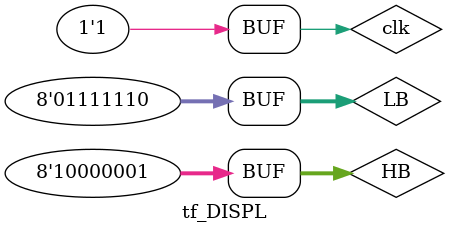
<source format=v>
`timescale 1ns / 1ps


module tf_DISPL;

	// Inputs
	reg clk;
	reg [7:0] HB;
	reg [7:0] LB;

	// Outputs
	wire [3:0] AN;
	wire [6:0] seg;
	wire seg_P;
	wire ce1ms;

	// Instantiate the Unit Under Test (UUT)
	DISPL uut (
		.clk(clk), 
		.AN(AN), 
		.HB(HB), 
		.seg(seg), 
		.LB(LB), 
		.seg_P(seg_P), 
		.ce1ms(ce1ms)
	);

always begin clk = 1'b0; #10 clk = 1'b1; #10; end // PERIOD = 20

	initial begin
		// Initialize Inputs
		HB = 8'b10000001;
		LB = 8'b01111110;

		// Wait 100 ns for global reset to finish
		#100;
        
		// Add stimulus here

	end
      
endmodule


</source>
